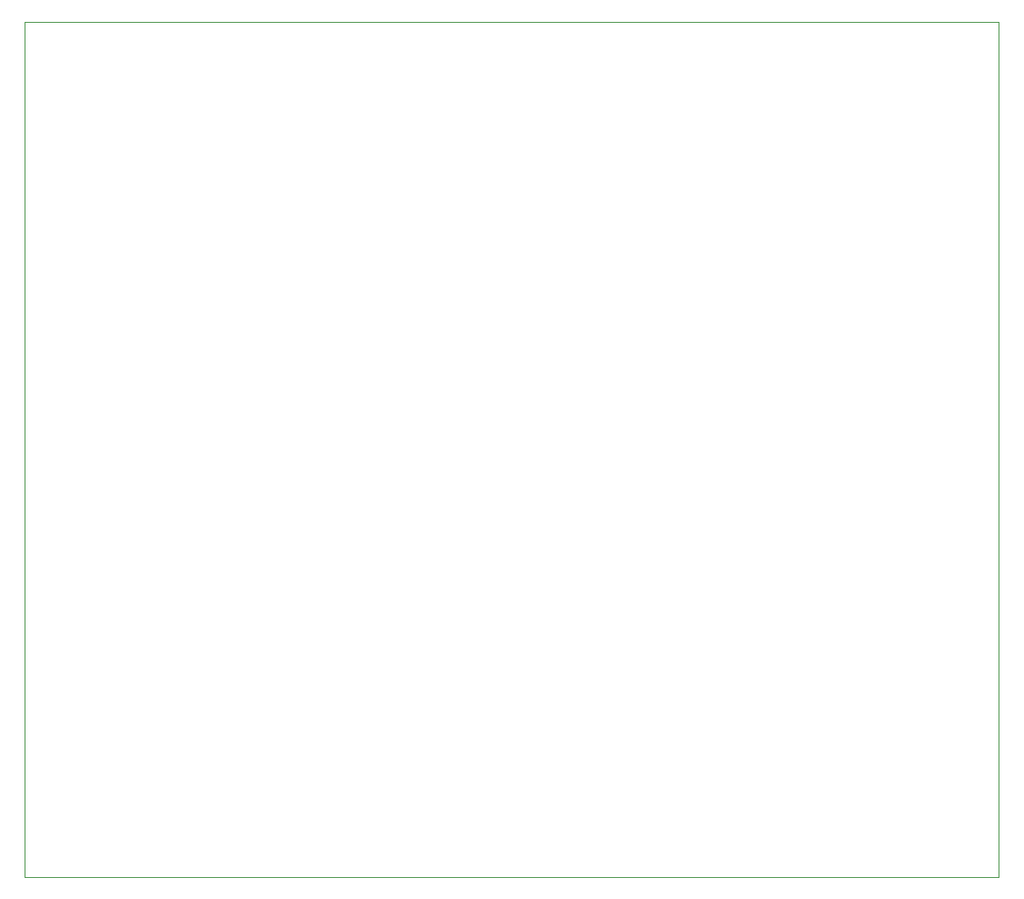
<source format=gbr>
%TF.GenerationSoftware,KiCad,Pcbnew,(5.1.10)-1*%
%TF.CreationDate,2021-09-26T02:34:10+10:00*%
%TF.ProjectId,RedPyKeeb_MCU,52656450-794b-4656-9562-5f4d43552e6b,rev?*%
%TF.SameCoordinates,Original*%
%TF.FileFunction,Profile,NP*%
%FSLAX46Y46*%
G04 Gerber Fmt 4.6, Leading zero omitted, Abs format (unit mm)*
G04 Created by KiCad (PCBNEW (5.1.10)-1) date 2021-09-26 02:34:10*
%MOMM*%
%LPD*%
G01*
G04 APERTURE LIST*
%TA.AperFunction,Profile*%
%ADD10C,0.100000*%
%TD*%
G04 APERTURE END LIST*
D10*
X111760000Y-16510000D02*
X111760000Y-99060000D01*
X17780000Y-16510000D02*
X111760000Y-16510000D01*
X17780000Y-99060000D02*
X17780000Y-16510000D01*
X111760000Y-99060000D02*
X17780000Y-99060000D01*
M02*

</source>
